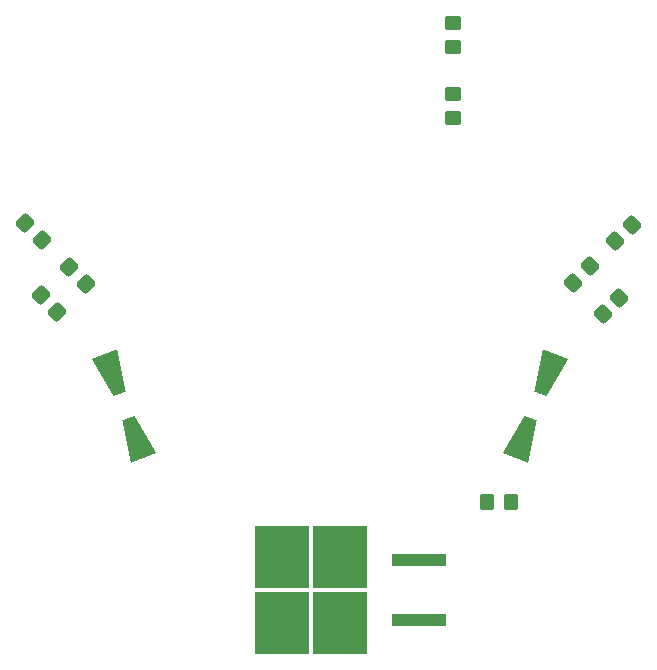
<source format=gbr>
%TF.GenerationSoftware,KiCad,Pcbnew,(6.0.4)*%
%TF.CreationDate,2022-10-09T11:32:06+02:00*%
%TF.ProjectId,V8_controller1.0,56385f63-6f6e-4747-926f-6c6c6572312e,rev?*%
%TF.SameCoordinates,Original*%
%TF.FileFunction,Paste,Top*%
%TF.FilePolarity,Positive*%
%FSLAX46Y46*%
G04 Gerber Fmt 4.6, Leading zero omitted, Abs format (unit mm)*
G04 Created by KiCad (PCBNEW (6.0.4)) date 2022-10-09 11:32:06*
%MOMM*%
%LPD*%
G01*
G04 APERTURE LIST*
G04 Aperture macros list*
%AMRoundRect*
0 Rectangle with rounded corners*
0 $1 Rounding radius*
0 $2 $3 $4 $5 $6 $7 $8 $9 X,Y pos of 4 corners*
0 Add a 4 corners polygon primitive as box body*
4,1,4,$2,$3,$4,$5,$6,$7,$8,$9,$2,$3,0*
0 Add four circle primitives for the rounded corners*
1,1,$1+$1,$2,$3*
1,1,$1+$1,$4,$5*
1,1,$1+$1,$6,$7*
1,1,$1+$1,$8,$9*
0 Add four rect primitives between the rounded corners*
20,1,$1+$1,$2,$3,$4,$5,0*
20,1,$1+$1,$4,$5,$6,$7,0*
20,1,$1+$1,$6,$7,$8,$9,0*
20,1,$1+$1,$8,$9,$2,$3,0*%
%AMOutline4P*
0 Free polygon, 4 corners , with rotation*
0 The origin of the aperture is its center*
0 number of corners: always 4*
0 $1 to $8 corner X, Y*
0 $9 Rotation angle, in degrees counterclockwise*
0 create outline with 4 corners*
4,1,4,$1,$2,$3,$4,$5,$6,$7,$8,$1,$2,$9*%
G04 Aperture macros list end*
%ADD10RoundRect,0.250000X-0.350000X-0.450000X0.350000X-0.450000X0.350000X0.450000X-0.350000X0.450000X0*%
%ADD11Outline4P,-1.800000X-1.150000X1.800000X-0.550000X1.800000X0.550000X-1.800000X1.150000X291.000000*%
%ADD12Outline4P,-1.800000X-1.150000X1.800000X-0.550000X1.800000X0.550000X-1.800000X1.150000X111.000000*%
%ADD13Outline4P,-1.800000X-1.150000X1.800000X-0.550000X1.800000X0.550000X-1.800000X1.150000X249.000000*%
%ADD14Outline4P,-1.800000X-1.150000X1.800000X-0.550000X1.800000X0.550000X-1.800000X1.150000X69.000000*%
%ADD15RoundRect,0.250000X-0.565685X-0.070711X-0.070711X-0.565685X0.565685X0.070711X0.070711X0.565685X0*%
%ADD16RoundRect,0.250000X-0.070711X0.565685X-0.565685X0.070711X0.070711X-0.565685X0.565685X-0.070711X0*%
%ADD17RoundRect,0.250000X0.450000X-0.350000X0.450000X0.350000X-0.450000X0.350000X-0.450000X-0.350000X0*%
%ADD18R,4.550000X5.250000*%
%ADD19R,4.600000X1.100000*%
G04 APERTURE END LIST*
D10*
%TO.C,R1_3*%
X113416198Y-111500429D03*
X115416198Y-111500429D03*
%TD*%
D11*
%TO.C,D2*%
X81620733Y-100722617D03*
D12*
X83699267Y-106137383D03*
%TD*%
D13*
%TO.C,D1*%
X118539267Y-100662617D03*
D14*
X116460733Y-106077383D03*
%TD*%
D15*
%TO.C,R2*%
X78017931Y-91644101D03*
X79432145Y-93058315D03*
%TD*%
D16*
%TO.C,C1*%
X124617107Y-94232893D03*
X123202893Y-95647107D03*
%TD*%
%TO.C,R1_SW1*%
X125647107Y-88052893D03*
X124232893Y-89467107D03*
%TD*%
D17*
%TO.C,R3_2*%
X110500000Y-79000000D03*
X110500000Y-77000000D03*
%TD*%
D15*
%TO.C,R2_SW1*%
X74310824Y-87936994D03*
X75725038Y-89351208D03*
%TD*%
%TO.C,C2*%
X75600271Y-94039090D03*
X77014485Y-95453304D03*
%TD*%
D18*
%TO.C,U3*%
X100925000Y-116225000D03*
X96075000Y-116225000D03*
X96075000Y-121775000D03*
X100925000Y-121775000D03*
D19*
X107650000Y-121540000D03*
X107650000Y-116460000D03*
%TD*%
D16*
%TO.C,R1*%
X122117107Y-91582893D03*
X120702893Y-92997107D03*
%TD*%
D17*
%TO.C,R3_1*%
X110500000Y-73000000D03*
X110500000Y-71000000D03*
%TD*%
M02*

</source>
